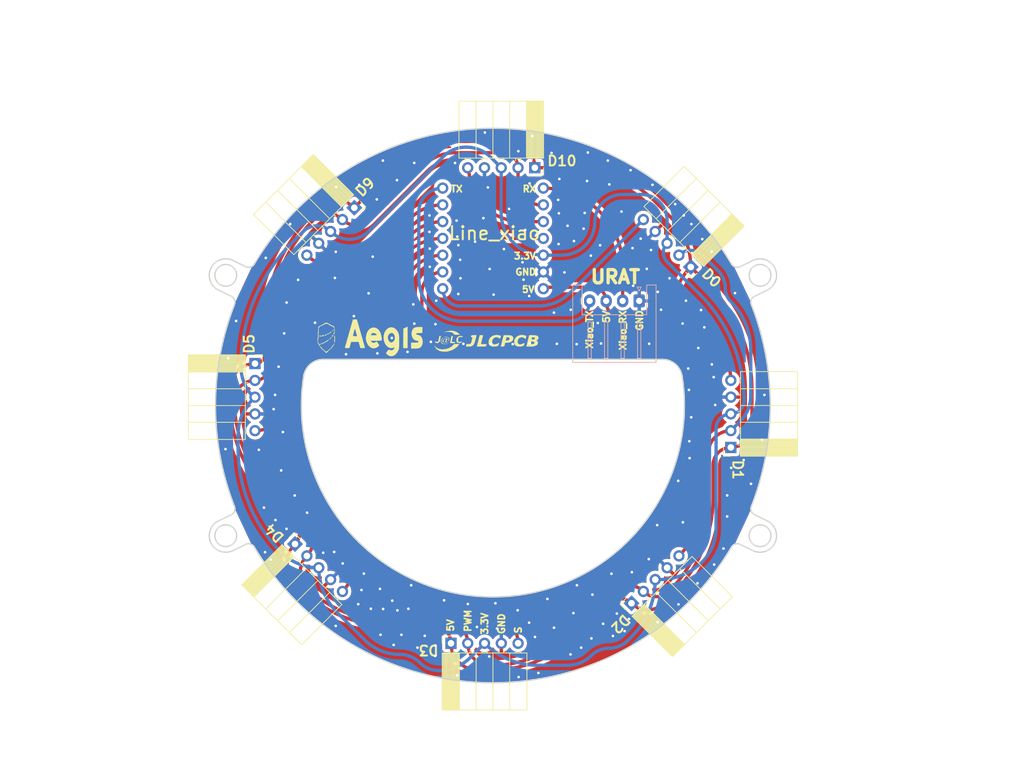
<source format=kicad_pcb>
(kicad_pcb (version 20221018) (generator pcbnew)
  (layers (0 "F.Cu" signal) (31 "B.Cu" signal) (34 "B.Paste" user) (35 "F.Paste" user) (36 "B.SilkS" user "B.Silkscreen") (37 "F.SilkS" user "F.Silkscreen") (38 "B.Mask" user) (39 "F.Mask" user) (44 "Edge.Cuts" user))
  (net 0 "")
  (net 1 "+5V")
  (net 2 "/PWM")
  (net 3 "+3.3V")
  (net 4 "GND")
  (net 5 "/1")
  (net 6 "/2")
  (net 7 "/3")
  (net 8 "/4")
  (net 9 "/5")
  (net 10 "/6")
  (net 11 "/7")
  (net 12 "/8")
  (net 13 "/RX")
  (net 14 "/TX")
  (footprint "Connector_PinSocket_2.54mm:PinSocket_1x05_P2.54mm_Horizontal" (layer "F.Cu") (at 106.728952 120.256195 45)
    (fp_text reference "J5" hide)
    (fp_text value "Conn_01x05_Pin")
  )
  (footprint "JLCPCB:JLCPCB" (layer "F.Cu") (at 135.630345 89.566026)
    (fp_text reference "G***" hide)
    (fp_text value "LOGO" hide)
  )
  (footprint "Aegis:ver4" (layer "F.Cu") (at 117.74157 88.83532)
    (fp_text reference "G***" hide)
    (fp_text value "LOGO" hide)
  )
  (footprint "Connector_PinSocket_2.54mm:PinSocket_1x05_P2.54mm_Horizontal" (layer "F.Cu") (at 100.664859 92.923821)
    (fp_text reference "J6" hide)
    (fp_text value "Conn_01x05_Pin" hide)
  )
  (footprint "Connector_PinSocket_2.54mm:PinSocket_1x05_P2.54mm_Horizontal" (layer "F.Cu") (at 143.036179 63.244859 -90)
    (fp_text reference "J8" hide)
    (fp_text value "Conn_01x05_Pin" hide)
  )
  (footprint "Connector_PinSocket_2.54mm:PinSocket_1x05_P2.54mm_Horizontal" (layer "F.Cu") (at 130.343821 135.295141 90)
    (fp_text reference "J4" hide)
    (fp_text value "Conn_01x05_Pin" hide)
  )
  (footprint "Connector_PinSocket_2.54mm:PinSocket_1x05_P2.54mm_Horizontal" (layer "F.Cu") (at 172.715141 105.616179 180)
    (fp_text reference "J2" hide)
    (fp_text value "Conn_01x05_Pin" hide)
  )
  (footprint "Connector_PinSocket_2.54mm:PinSocket_1x05_P2.54mm_Horizontal" (layer "F.Cu") (at 166.651048 78.283805 -135)
    (fp_text reference "J1" hide)
    (fp_text value "Conn_01x05_Pin" hide)
  )
  (footprint "Connector_PinSocket_2.54mm:PinSocket_1x05_P2.54mm_Horizontal" (layer "F.Cu") (at 115.703805 69.308952 -45)
    (fp_text reference "J7" hide)
    (fp_text value "Conn_01x05_Pin" hide)
  )
  (footprint "Connector_PinSocket_2.54mm:PinSocket_1x05_P2.54mm_Horizontal" (layer "F.Cu") (at 157.676195 129.231048 135)
    (fp_text reference "J3" hide)
    (fp_text value "Conn_01x05_Pin" hide)
  )
  (footprint "Seeeduino_Xiao:seeeduinoXIAO" (layer "B.Cu") (at 136.706179 73.949859 180)
    (fp_text reference "U1" hide)
    (fp_text value "Line_xiao")
  )
  (footprint "Connector_JST:JST_XH_S4B-XH-A_1x04_P2.50mm_Horizontal" (layer "B.Cu") (at 158.836179 83.419859 180)
    (fp_text reference "J9" hide)
    (fp_text value "Serial" hide)
  )
  (gr_arc (start 100.564042 77.847695) (mid 99.990697 78.295632) (end 99.265529 78.236434) (stroke (width 0.2)) (layer "Edge.Cuts"))
  (gr_line (start 162.380465 92.27) (end 110.999535 92.27) (stroke (width 0.2)) (layer "Edge.Cuts"))
  (gr_line (start 99.265529 78.236434) (end 97.402189 77.327623) (stroke (width 0.2)) (layer "Edge.Cuts"))
  (gr_arc (start 175.812367 83.991244) (mid 175.812398 83.263678) (end 176.305481 82.72867) (stroke (width 0.2)) (layer "Edge.Cuts"))
  (gr_arc (start 176.305481 115.81133) (mid 175.812378 115.27633) (end 175.812367 114.548756) (stroke (width 0.2)) (layer "Edge.Cuts"))
  (gr_arc (start 97.074519 82.72867) (mid 97.567625 83.263664) (end 97.567633 83.991244) (stroke (width 0.2)) (layer "Edge.Cuts"))
  (gr_arc (start 95.211179 81.819859) (mid 93.997283 78.447371) (end 97.402189 77.327623) (stroke (width 0.2)) (layer "Edge.Cuts"))
  (gr_arc (start 162.380465 92.27) (mid 164.331799 92.991335) (end 165.34475 94.808462) (stroke (width 0.2)) (layer "Edge.Cuts"))
  (gr_arc (start 97.402189 121.212377) (mid 93.997283 120.092629) (end 95.211179 116.720141) (stroke (width 0.2)) (layer "Edge.Cuts"))
  (gr_line (start 178.168821 116.720141) (end 176.305481 115.81133) (stroke (width 0.2)) (layer "Edge.Cuts"))
  (gr_arc (start 178.168821 116.720141) (mid 179.382715 120.092628) (end 175.977811 121.212377) (stroke (width 0.2)) (layer "Edge.Cuts"))
  (gr_arc (start 175.977811 77.327623) (mid 179.382715 78.447372) (end 178.168821 81.819859) (stroke (width 0.2)) (layer "Edge.Cuts"))
  (gr_arc (start 97.567633 114.548756) (mid 97.567625 115.276336) (end 97.074519 115.81133) (stroke (width 0.2)) (layer "Edge.Cuts"))
  (gr_circle (center 96.244268 118.996702) (end 97.894268 118.996702) (stroke (width 0.2)) (fill none) (layer "Edge.Cuts"))
  (gr_line (start 176.305481 82.72867) (end 178.168821 81.819859) (stroke (width 0.2)) (layer "Edge.Cuts"))
  (gr_arc (start 97.567633 114.548756) (mid 94.69 99.27) (end 97.567633 83.991244) (stroke (width 0.2)) (layer "Edge.Cuts"))
  (gr_line (start 174.114471 120.303566) (end 175.977811 121.212377) (stroke (width 0.2)) (layer "Edge.Cuts"))
  (gr_arc (start 172.815958 120.692305) (mid 173.389306 120.244386) (end 174.114471 120.303566) (stroke (width 0.2)) (layer "Edge.Cuts"))
  (gr_line (start 95.211179 81.819859) (end 97.074519 82.72867) (stroke (width 0.2)) (layer "Edge.Cuts"))
  (gr_circle (center 96.244268 79.543298) (end 97.894268 79.543298) (stroke (width 0.2)) (fill none) (layer "Edge.Cuts"))
  (gr_circle (center 177.135732 118.996702) (end 178.785732 118.996702) (stroke (width 0.2)) (fill none) (layer "Edge.Cuts"))
  (gr_arc (start 165.34475 94.808462) (mid 136.69 128.27) (end 108.03525 94.808462) (stroke (width 0.2)) (layer "Edge.Cuts"))
  (gr_arc (start 99.265529 120.303566) (mid 99.990696 120.244368) (end 100.564042 120.692305) (stroke (width 0.2)) (layer "Edge.Cuts"))
  (gr_arc (start 100.564042 77.847695) (mid 136.69 57.27) (end 172.815958 77.847695) (stroke (width 0.2)) (layer "Edge.Cuts"))
  (gr_line (start 97.074519 115.81133) (end 95.211179 116.720141) (stroke (width 0.2)) (layer "Edge.Cuts"))
  (gr_arc (start 108.03525 94.808462) (mid 109.048204 92.991337) (end 110.999535 92.27) (stroke (width 0.2)) (layer "Edge.Cuts"))
  (gr_arc (start 172.815958 120.692305) (mid 136.69 141.27) (end 100.564042 120.692305) (stroke (width 0.2)) (layer "Edge.Cuts"))
  (gr_arc (start 175.812367 83.991244) (mid 178.69 99.27) (end 175.812367 114.548756) (stroke (width 0.2)) (layer "Edge.Cuts"))
  (gr_arc (start 174.114471 78.236434) (mid 173.389301 78.295628) (end 172.815958 77.847695) (stroke (width 0.2)) (layer "Edge.Cuts"))
  (gr_line (start 175.977811 77.327623) (end 174.114471 78.236434) (stroke (width 0.2)) (layer "Edge.Cuts"))
  (gr_line (start 97.402189 121.212377) (end 99.265529 120.303566) (stroke (width 0.2)) (layer "Edge.Cuts"))
  (gr_circle (center 177.135732 79.543298) (end 178.785732 79.543298) (stroke (width 0.2)) (fill none) (layer "Edge.Cuts"))
  (gr_text "D2" (at 156.58018 130.574551 -135) (layer "F.SilkS") (effects (font (size 1.5 1.5) (thickness 0.3) bold) (justify left bottom)))
  (gr_text "GND" (at 159.486179 88.069859 90) (layer "F.SilkS") (effects (font (size 1 1) (thickness 0.25) bold) (justify left bottom)))
  (gr_text "D10\n" (at 144.761179 63.094859) (layer "F.SilkS") (effects (font (size 1.5 1.5) (thickness 0.3) bold) (justify left bottom)))
  (gr_text "D5" (at 100.664859 91.593821 90) (layer "F.SilkS") (effects (font (size 1.5 1.5) (thickness 0.3) bold) (justify left bottom)))
  (gr_text "D9" (at 116.782143 67.983127 45) (layer "F.SilkS") (effects (font (size 1.5 1.5) (thickness 0.3) bold) (justify left bottom)))
  (gr_text "3.3V" (at 139.736179 77.194859) (layer "F.SilkS") (effects (font (size 1 1) (thickness 0.25) bold) (justify left bottom)))
  (gr_text "5V" (at 130.861179 133.644859 90) (layer "F.SilkS") (effects (font (size 1 1) (thickness 0.25) bold) (justify left bottom)))
  (gr_text "Xiao_TX" (at 151.911179 90.794859 90) (layer "F.SilkS") (effects (font (size 1 1) (thickness 0.25) bold) (justify left bottom)))
  (gr_text "D0" (at 167.976873 79.397498 -45) (layer "F.SilkS") (effects (font (size 1.5 1.5) (thickness 0.3) bold) (justify left bottom)))
  (gr_text "5V" (at 154.461179 86.894859 90) (layer "F.SilkS") (effects (font (size 1 1) (thickness 0.25) bold) (justify left bottom)))
  (gr_text "GND" (at 139.961179 79.619859) (layer "F.SilkS") (effects (font (size 1 1) (thickness 0.25) bold) (justify left bottom)))
  (gr_text "D1" (at 172.890141 107.341179 -90) (layer "F.SilkS") (effects (font (size 1.5 1.5) (thickness 0.3) bold) (justify left bottom)))
  (gr_text "RX" (at 141.061179 67.044859) (layer "F.SilkS") (effects (font (size 1 1) (thickness 0.25) bold) (justify left bottom)))
  (gr_text "D3" (at 128.618821 135.445141 180) (layer "F.SilkS") (effects (font (size 1.5 1.5) (thickness 0.3) bold) (justify left bottom)))
  (gr_text "TX" (at 130.186179 67.044859) (layer "F.SilkS") (effects (font (size 1 1) (thickness 0.25) bold) (justify left bottom)))
  (gr_text "Xiao_RX" (at 156.961179 91.019859 90) (layer "F.SilkS") (effects (font (size 1 1) (thickness 0.25) bold) (justify left bottom)))
  (gr_text "5V" (at 140.961179 82.269859) (layer "F.SilkS") (effects (font (size 1 1) (thickness 0.25) bold) (justify left bottom)))
  (gr_text "3.3V" (at 136.036179 134.094859 90) (layer "F.SilkS") (effects (font (size 1 1) (thickness 0.25) bold) (justify left bottom)))
  (gr_text "PWM" (at 133.486179 133.694859 90) (layer "F.SilkS") (effects (font (size 1 1) (thickness 0.25) bold) (justify left bottom)))
  (gr_text "S\n" (at 141.111179 133.919859 90) (layer "F.SilkS") (effects (font (size 1 1) (thickness 0.25) bold) (justify left bottom)))
  (gr_text "D4" (at 105.403127 119.142502 135) (layer "F.SilkS") (effects (font (size 1.5 1.5) (thickness 0.3) bold) (justify left bottom)))
  (gr_text "GND" (at 138.586179 134.019859 90) (layer "F.SilkS") (effects (font (size 1 1) (thickness 0.25) bold) (justify left bottom)))
  (gr_text "URAT" (at 151.24 80.95) (layer "F.SilkS") (effects (font (size 2 2) (thickness 0.5) bold) (justify left bottom)))
  (segment (start 162.528916 129.231084) (end 164.028145 127.731855) (width 0.5) (layer "F.Cu") (net 1))
  (segment (start 129.908715 59.25) (end 139.041322 59.25) (width 0.5) (layer "F.Cu") (net 1))
  (segment (start 154.308907 129.231042) (end 149.714741 133.825208) (width 0.5) (layer "F.Cu") (net 1))
  (segment (start 102.2 91.388684) (end 102.2 87.451877) (width 0.5) (layer "F.Cu") (net 1))
  (segment (start 144.326179 81.569859) (end 144.546038 81.35) (width 0.5) (layer "F.Cu") (net 1))
  (segment (start 175.91 102.421321) (end 175.91 96.803316) (width 0.5) (layer "F.Cu") (net 1))
  (segment (start 169.361796 80.994553) (end 166.651048 78.283805) (width 0.5) (layer "F.Cu") (net 1))
  (segment (start 115.703805 69.286195) (end 122.792273 62.197727) (width 0.5) (layer "F.Cu") (net 1))
  (segment (start 143.036179 63.244859) (end 148.859053 63.244859) (width 0.5) (layer "F.Cu") (net 1))
  (segment (start 115.703805 69.308952) (end 115.703805 69.286195) (width 0.5) (layer "F.Cu") (net 1))
  (segment (start 127.538678 132.49) (end 120.411113 132.49) (width 0.5) (layer "F.Cu") (net 1))
  (segment (start 144.546038 81.35) (end 151.766316 81.35) (width 0.5) (layer "F.Cu") (net 1))
  (segment (start 156.906321 86.49) (end 162.165658 86.49) (width 0.5) (layer "F.Cu") (net 1))
  (segment (start 108.118045 127.398044) (end 106.728947 126.008946) (width 0.5) (layer "F.Cu") (net 1))
  (segment (start 106.728955 116.938905) (end 102.994617 113.204567) (width 0.5) (layer "F.Cu") (net 1))
  (segment (start 96.86 98.394292) (end 96.86 96.728684) (width 0.5) (layer "F.Cu") (net 1))
  (segment (start 161.245489 68.375489) (end 163.467136 70.597136) (width 0.5) (layer "F.Cu") (net 1))
  (segment (start 136.35257 139.36) (end 134.408688 139.36) (width 0.5) (layer "F.Cu") (net 1))
  (segment (start 109.237038 70.462963) (end 110.391055 69.308946) (width 0.5) (layer "F.Cu") (net 1))
  (segment (start 170.03 113.242095) (end 170.03 108.30132) (width 0.5) (layer "F.Cu") (net 1))
  (arc (start 153.836179 83.419859) (mid 154.735403 85.590776) (end 156.906321 86.49) (width 0.5) (layer "F.Cu") (net 1))
  (arc (start 106.728947 126.008946) (mid 105.537514 123.132573) (end 106.728952 120.256195) (width 0.5) (layer "F.Cu") (net 1))
  (arc (start 169.361796 80.994553) (mid 174.208177 88.247675) (end 175.91 96.803316) (width 0.5) (layer "F.Cu") (net 1))
  (arc (start 151.766316 81.35) (mid 153.22993 81.956249) (end 153.836179 83.419859) (width 0.5) (layer "F.Cu") (net 1))
  (arc (start 108.118045 127.398044) (mid 113.758153 131.166643) (end 120.411113 132.49) (width 0.5) (layer "F.Cu") (net 1))
  (arc (start 157.676195 129.231048) (mid 155.992548 128.533655) (end 154.308907 129.231042) (width 0.5) (layer "F.Cu") (net 1))
  (arc (start 143.036179 63.244859) (mid 141.866112 60.420067) (end 139.041322 59.25) (width 0.5) (layer "F.Cu") (net 1))
  (arc (start 115.703805 69.308952) (mid 113.047427 68.208641) (end 110.391055 69.308946) (width 0.5) (layer "F.Cu") (net 1))
  (arc (start 164.02 84.635658) (mid 164.703776 81.198082) (end 166.651048 78.283805) (width 0.5) (layer "F.Cu") (net 1))
  (arc (start 164.028145 127.731855) (mid 168.470169 121.083897) (end 170.03 113.242095) (width 0.5) (layer "F.Cu") (net 1))
  (arc (start 172.715141 105.616179) (mid 170.81646 106.402639) (end 170.03 108.30132) (width 0.5) (layer "F.Cu") (net 1))
  (arc (start 162.528916 129.231084) (mid 160.102553 130.236108) (end 157.676195 129.231048) (width 0.5) (layer "F.Cu") (net 1))
  (arc (start 130.343821 135.295141) (mid 129.522214 133.311607) (end 127.538678 132.49) (width 0.5) (layer "F.Cu") (net 1))
  (arc (start 136.35257 139.36) (mid 143.584125 137.921554) (end 149.714741 133.825208) (width 0.5) (layer "F.Cu") (net 1))
  (arc (start 102.2 91.388684) (mid 101.750369 92.47419) (end 100.664859 92.923821) (width 0.5) (layer "F.Cu") (net 1))
  (arc (start 106.728952 120.256195) (mid 107.415988 118.597548) (end 106.728955 116.938905) (width 0.5) (layer "F.Cu") (net 1))
  (arc (start 161.245489 68.375489) (mid 155.562544 64.578266) (end 148.859053 63.244859) (width 0.5) (layer "F.Cu") (net 1))
  (arc (start 102.2 87.451877) (mid 104.028867 78.257543) (end 109.237038 70.462963) (width 0.5) (layer "F.Cu") (net 1))
  (arc (start 172.715141 105.616179) (mid 174.974248 104.680427) (end 175.91 102.421321) (width 0.5) (layer "F.Cu") (net 1))
  (arc (start 100.664859 92.923821) (mid 97.974419 94.03824) (end 96.86 96.728684) (width 0.5) (layer "F.Cu") (net 1))
  (arc (start 163.467136 70.597136) (mid 165.823577 74.123799) (end 166.651048 78.283805) (width 0.5) (layer "F.Cu") (net 1))
  (arc (start 96.86 98.394292) (mid 98.454335 106.409555) (end 102.994617 113.204567) (width 0.5) (layer "F.Cu") (net 1))
  (arc (start 129.908715 59.25) (mid 126.057324 60.016089) (end 122.792273 62.197727) (width 0.5) (layer "F.Cu") (net 1))
  (arc (start 162.165658 86.49) (mid 163.476876 85.946876) (end 164.02 84.635658) (width 0.5) (layer "F.Cu") (net 1))
  (arc (start 134.408688 139.36) (mid 131.534393 138.169428) (end 130.343821 135.295141) (width 0.5) (layer "F.Cu") (net 1))
  (segment (start 103.366272 112.586273) (end 108.525012 117.745013) (width 0.5) (layer "F.Cu") (net 2))
  (segment (start 144.256038 68.94) (end 144.326179 68.869859) (width 0.5) (layer "F.Cu") (net 2))
  (segment (start 126.145551 62.964449) (end 118.004991 71.105008) (width 0.5) (layer "F.Cu") (net 2))
  (segment (start 140.496179 63.244859) (end 140.496179 65.180135) (width 0.5) (layer "F.Cu") (net 2))
  (segment (start 169.33 112.961959) (end 169.33 106.461314) (width 0.5) (layer "F.Cu") (net 2))
  (segment (start 102.9 87.243796) (end 102.9 93.228682) (width 0.5) (layer "F.Cu") (net 2))
  (segment (start 149.293187 133.256812) (end 155.115004 127.434995) (width 0.5) (layer "F.Cu") (net 2))
  (segment (start 120.535584 131.79) (end 129.378675 131.79) (width 0.5) (layer "F.Cu") (net 2))
  (segment (start 138.221283 60.97) (end 130.960577 60.97) (width 0.5) (layer "F.Cu") (net 2))
  (arc (start 163.335051 127.434999) (mid 167.771972 120.794694) (end 169.33 112.961959) (width 0.5) (layer "F.Cu") (net 2))
  (arc (start 109.584949 71.105002) (mid 104.637343 78.509582) (end 102.9 87.243796) (width 0.5) (layer "F.Cu") (net 2))
  (arc (start 100.664859 95.463821) (mid 102.245343 94.809164) (end 102.9 93.228682) (width 0.5) (layer "F.Cu") (net 2))
  (arc (start 113.907754 71.105003) (mid 115.956375 71.953573) (end 118.004991 71.105008) (width 0.5) (layer "F.Cu") (net 2))
  (arc (start 129.378675 131.79) (mid 131.857188 132.816633) (end 132.883821 135.295141) (width 0.5) (layer "F.Cu") (net 2))
  (arc (start 159.472246 127.434997) (mid 161.40365 128.235012) (end 163.335051 127.434999) (width 0.5) (layer "F.Cu") (net 2))
  (arc (start 103.366272 112.586273) (mid 99.069006 106.154963) (end 97.560003 98.568674) (width 0.5) (layer "F.Cu") (net 2))
  (arc (start 144.256038 68.94) (mid 141.597418 67.838761) (end 140.496179 65.180135) (width 0.5) (layer "F.Cu") (net 2))
  (arc (start 155.115004 127.434995) (mid 157.293624 126.532581) (end 159.472246 127.434997) (width 0.5) (layer "F.Cu") (net 2))
  (arc (start 108.525012 117.745013) (mid 109.417067 119.898625) (end 108.525003 122.052246) (width 0.5) (layer "F.Cu") (net 2))
  (arc (start 108.524997 126.815046) (mid 114.035507 130.497055) (end 120.535584 131.79) (width 0.5) (layer "F.Cu") (net 2))
  (arc (start 108.524997 126.815046) (mid 107.53859 124.433649) (end 108.525003 122.052246) (width 0.5) (layer "F.Cu") (net 2))
  (arc (start 172.715141 103.076179) (mid 170.321483 104.067662) (end 169.33 106.461314) (width 0.5) (layer "F.Cu") (net 2))
  (arc (start 126.145551 62.964449) (mid 128.354704 61.488341) (end 130.960577 60.97) (width 0.5) (layer "F.Cu") (net 2))
  (arc (start 97.560003 98.568674) (mid 98.469391 96.373212) (end 100.664859 95.463821) (width 0.5) (layer "F.Cu") (net 2))
  (arc (start 136.248682 138.66) (mid 143.308344 137.255757) (end 149.293187 133.256812) (width 0.5) (layer "F.Cu") (net 2))
  (arc (start 140.496179 63.244859) (mid 139.829863 61.636287) (end 138.221283 60.97) (width 0.5) (layer "F.Cu") (net 2))
  (arc (start 113.907754 71.105003) (mid 111.746351 70.20972) (end 109.584949 71.105002) (width 0.5) (layer "F.Cu") (net 2))
  (arc (start 132.883821 135.295141) (mid 133.869366 137.674455) (end 136.248682 138.66) (width 0.5) (layer "F.Cu") (net 2))
  (segment (start 174.11507 101.67625) (end 172.715141 103.076179) (width 0.5) (layer "B.Cu") (net 2))
  (segment (start 164.854997 76.487754) (end 164.854997 76.335003) (width 0.5) (layer "B.Cu") (net 2))
  (segment (start 168.427756 76.487756) (end 170.748907 78.808907) (width 0.5) (layer "B.Cu") (net 2))
  (segment (start 175.73 90.834559) (end 175.73 97.777465) (width 0.5) (layer "B.Cu") (net 2))
  (arc (start 164.854997 76.487754) (mid 166.641376 75.747812) (end 168.427756 76.487756) (width 0.5) (layer "B.Cu") (net 2))
  (arc (start 172.680834 83.473155) (mid 172.080706 82.574993) (end 171.869982 81.515481) (width 0.5) (layer "B.Cu") (net 2))
  (arc (start 172.680834 83.473155) (mid 174.937535 86.85057) (end 175.73 90.834559) (width 0.5) (layer "B.Cu") (net 2))
  (arc (start 175.73 97.777465) (mid 175.310293 99.887472) (end 174.11507 101.67625) (width 0.5) (layer "B.Cu") (net 2))
  (arc (start 171.869982 81.515481) (mid 171.578635 80.050694) (end 170.748907 78.808907) (width 0.5) (layer "B.Cu") (net 2))
  (segment (start 159.133001 67.289996) (end 156.297576 67.290005) (width 0.5) (layer "B.Cu") (net 3))
  (segment (start 100.176179 98.003821) (end 100.664859 98.003821) (width 0.5) (layer "B.Cu") (net 3))
  (segment (start 148.020171 138.62) (end 143.450731 138.62) (width 0.5) (layer "B.Cu") (net 3))
  (segment (start 100.664859 98.003821) (end 100.463821 98.003821) (width 0.5) (layer "B.Cu") (net 3))
  (segment (start 100.664859 98.003821) (end 100.313073 98.355599) (width 0.5) (layer "B.Cu") (net 3))
  (segment (start 135.423821 135.295141) (end 135.423821 135.306179) (width 0.5) (layer "B.Cu") (net 3))
  (segment (start 144.326179 76.489859) (end 147.097693 76.489867) (width 0.5) (layer "B.Cu") (net 3))
  (segment (start 161.268297 125.638946) (end 161.895957 125.638952) (width 0.5) (layer "B.Cu") (net 3))
  (segment (start 106.338964 74.531035) (end 107.968979 72.90102) (width 0.5) (layer "B.Cu") (net 3))
  (segment (start 163.058946 74.691703) (end 163.058946 71.215928) (width 0.5) (layer "B.Cu") (net 3))
  (segment (start 137.956179 63.244859) (end 136.394721 61.683401) (width 0.5) (layer "B.Cu") (net 3))
  (segment (start 137.98 63.221038) (end 137.956179 63.244859) (width 0.5) (layer "B.Cu") (net 3))
  (segment (start 125.72 65.02) (end 125.90586 64.83414) (width 0.5) (layer "B.Cu") (net 3))
  (segment (start 117.838946 72.901054) (end 125.72 65.02) (width 0.5) (layer "B.Cu") (net 3))
  (segment (start 135.423821 135.306179) (end 133.314788 137.415212) (width 0.5) (layer "B.Cu") (net 3))
  (segment (start 163.058946 74.691703) (end 163.058946 74.731054) (width 0.5) (layer "B.Cu") (net 3))
  (segment (start 98.11 103.674205) (end 98.11 105.781071) (width 0.5) (layer "B.Cu") (net 3))
  (segment (start 110.321054 123.848297) (end 108.796778 123.848297) (width 0.5) (layer "B.Cu") (net 3))
  (segment (start 137.956179 63.244859) (end 137.94 63.261038) (width 0.5) (layer "B.Cu") (net 3))
  (segment (start 137.94 63.261038) (end 137.94 70.103681) (width 0.5) (layer "B.Cu") (net 3))
  (segment (start 117.268052 134.778052) (end 113.137282 130.647282) (width 0.5) (layer "B.Cu") (net 3))
  (segment (start 170.48 117.906535) (end 170.48 102.771312) (width 0.5) (layer "B.Cu") (net 3))
  (segment (start 129.205576 61.534424) (end 125.72 65.02) (width 0.5) (layer "B.Cu") (net 3))
  (segment (start 163.058946 77.478946) (end 168.103521 82.523521) (width 0.5) (layer "B.Cu") (net 3))
  (segment (start 157.681368 134.298632) (end 157.135805 134.844195) (width 0.5) (layer "B.Cu") (net 3))
  (arc (start 163.058946 74.731054) (mid 162.489839 76.105) (end 163.058946 77.478946) (width 0.5) (layer "B.Cu") (net 3))
  (arc (start 117.838946 72.901054) (mid 114.975325 74.087205) (end 112.111703 72.901054) (width 0.5) (layer "B.Cu") (net 3))
  (arc (start 137.94 70.103681) (mid 139.810468 74.619391) (end 144.326179 76.489859) (width 0.5) (layer "B.Cu") (net 3))
  (arc (start 107.968979 72.90102) (mid 110.040344 72.043041) (end 112.111703 72.901054) (width 0.5) (layer "B.Cu") (net 3))
  (arc (start 132.620296 60.12) (mid 130.772263 60.487597) (end 129.205576 61.534424) (width 0.5) (layer "B.Cu") (net 3))
  (arc (start 161.268297 125.638946) (mid 160.336084 130.325566) (end 157.681368 134.298632) (width 0.5) (layer "B.Cu") (net 3))
  (arc (start 110.321054 123.848297) (mid 111.052968 127.527885) (end 113.137282 130.647282) (width 0.5) (layer "B.Cu") (net 3))
  (arc (start 136.394721 61.683401) (mid 134.66302 60.526315) (end 132.620296 60.12) (width 0.5) (layer "B.Cu") (net 3))
  (arc (start 100.463821 98.003821) (mid 99.039967 95.872907) (end 98.54 93.359403) (width 0.5) (layer "B.Cu") (net 3))
  (arc (start 151.61457 137.131151) (mid 152.823185 136.323581) (end 154.248846 136.04) (width 0.5) (layer "B.Cu") (net 3))
  (arc (start 168.391606 122.948395) (mid 165.411378 124.939716) (end 161.895957 125.638952) (width 0.5) (layer "B.Cu") (net 3))
  (arc (start 174.73 98.521327) (mid 173.007834 89.863343) (end 168.103521 82.523521) (width 0.5) (layer "B.Cu") (net 3))
  (arc (start 104.614649 121.484649) (mid 99.800498 114.279774) (end 98.11 105.781071) (width 0.5) (layer "B.Cu") (net 3))
  (arc (start 143.450731 138.62) (mid 139.106601 137.755899) (end 135.423821 135.295141) (width 0.5) (layer "B.Cu") (net 3))
  (arc (start 156.297576 67.290005) (mid 153.343592 68.51359) (end 152.120006 71.467574) (width 0.5) (layer "B.Cu") (net 3))
  (arc (start 168.391606 122.948395) (mid 169.93724 120.635177) (end 170.48 117.906535) (width 0.5) (layer "B.Cu") (net 3))
  (arc (start 172.715141 100.536179) (mid 174.139864 99.946043) (end 174.73 98.521327) (width 0.5) (layer "B.Cu") (net 3))
  (arc (start 157.135805 134.844195) (mid 155.811271 135.72922) (end 154.248846 136.04) (width 0.5) (layer "B.Cu") (net 3))
  (arc (start 147.097693 76.489867) (mid 150.648998 75.01888) (end 152.120006 71.467574) (width 0.5) (layer "B.Cu") (net 3))
  (arc (start 125.649942 138.249942) (mid 126.94596 139.115909) (end 128.474732 139.42) (width 0.5) (layer "B.Cu") (net 3))
  (arc (start 122.584023 136.98) (mid 119.70704 136.407732) (end 117.268052 134.778052) (width 0.5) (layer "B.Cu") (net 3))
  (arc (start 122.584023 136.98) (mid 124.243291 137.310047) (end 125.649942 138.249942) (width 0.5) (layer "B.Cu") (net 3))
  (arc (start 170.48 102.771312) (mid 171.134641 101.190821) (end 172.715141 100.536179) (width 0.5) (layer "B.Cu") (net 3))
  (arc (start 163.058946 71.215928) (mid 161.909063 68.43987) (end 159.133001 67.289996) (width 0.5) (layer "B.Cu") (net 3))
  (arc (start 106.338964 74.531035) (mid 100.566884 83.169564) (end 98.54 93.359403) (width 0.5) (layer "B.Cu") (net 3))
  (arc (start 151.61457 137.131151) (mid 149.965446 138.233061) (end 148.020171 138.62) (width 0.5) (layer "B.Cu") (net 3))
  (arc (start 133.314788 137.415212) (mid 131.094183 138.898973) (end 128.474732 139.42) (width 0.5) (layer "B.Cu") (net 3))
  (arc (start 100.313073 98.355599) (mid 98.68256 100.79579) (end 98.11 103.674205) (width 0.5) (layer "B.Cu") (net 3))
  (arc (start 104.614649 121.484649) (mid 107.232745 123.234004) (end 110.321054 123.848297) (width 0.5) (layer "B.Cu") (net 3))
  (via (at 125.27 135.95) (size 0.8) (drill 0.4) (layers "F.Cu" "B.Cu") (net 4))
  (via (at 167.67 126.2) (size 0.8) (drill 0.4) (layers "F.Cu" "B.Cu") (net 4))
  (via (at 97.81 86.46) (size 0.8) (drill 0.4) (layers "F.Cu" "B.Cu") (net 4))
  (via (at 146.63 74.81) (size 0.8) (drill 0.4) (layers "F.Cu" "B.Cu") (net 4))
  (via (at 105.44 117.95) (size 0.8) (drill 0.4) (layers "F.Cu" "B.Cu") (net 4))
  (via (at 127.08 70.47) (size 0.8) (drill 0.4) (layers "F.Cu" "B.Cu") (net 4))
  (via (at 124.32 126.5) (size 0.8) (drill 0.4) (layers "F.Cu" "B.Cu") (net 4))
  (via (at 119.67 134) (size 0.8) (drill 0.4) (layers "F.Cu" "B.Cu") (net 4))
  (via (at 156.16 69.88) (size 0.8) (drill 0.4) (layers "F.Cu" "B.Cu") (net 4))
  (via (at 154.86 134.18) (size 0.8) (drill 0.4) (layers "F.Cu" "B.Cu") (net 4))
  (via (at 159.06 73.99) (size 0.8) (drill 0.4) (layers "F.Cu" "B.Cu") (net 4))
  (via (at 157.29 131.6) (size 0.8) (drill 0.4) (layers "F.Cu" "B.Cu") (net 4))
  (via (at 150.94 65.25) (size 0.8) (drill 0.4) (layers "F.Cu" "B.Cu") (net 4))
  (via (at 112.77 79.94) (size 0.8) (drill 0.4) (layers "F.Cu" "B.Cu") (net 4))
  (via (at 146.57 68.11) (size 0.8) (drill 0.4) (layers "F.Cu" "B.Cu") (net 4))
  (via (at 146.37 89.92) (size 0.8) (drill 0.4) (layers "F.Cu" "B.Cu") (net 4))
  (via (at 173.35 82.24) (size 0.8) (drill 0.4) (layers "F.Cu" "B.Cu") (net 4))
  (via (at 169.81 75.94) (size 0.8) (drill 0.4) (layers "F.Cu" "B.Cu") (net 4))
  (via (at 121.38 89.03) (size 0.8) (drill 0.4) (layers "F.Cu" "B.Cu") (net 4))
  (via (at 114.45 91.5) (size 0.8) (drill 0.4) (layers "F.Cu" "B.Cu") (net 4))
  (via (at 166.37 96.9) (size 0.8) (drill 0.4) (layers "F.Cu" "B.Cu") (net 4))
  (via (at 142.29 89.82) (size 0.8) (drill 0.4) (layers "F.Cu" "B.Cu") (net 4))
  (via (at 124.79 86.87) (size 0.8) (drill 0.4) (layers "F.Cu" "B.Cu") (net 4))
  (via (at 166.74 71.78) (size 0.8) (drill 0.4) (layers "F.Cu" "B.Cu") (net 4))
  (via (at 122.23 130.3) (size 0.8) (drill 0.4) (layers "F.Cu" "B.Cu") (net 4))
  (via (at 123.76 91.14) (size 0.8) (drill 0.4) (layers "F.Cu" "B.Cu") (net 4))
  (via (at 119.59 127.05) (size 0.8) (drill 0.4) (layers "F.Cu" "B.Cu") (net 4))
  (via (at 107.2 80.23) (size 0.8) (drill 0.4) (layers "F.Cu" "B.Cu") (net 4))
  (via (at 166.47 107.24) (size 0.8) (drill 0.4) (layers "F.Cu" "B.Cu") (net 4))
  (via (at 165.41 86.85) (size 0.8) (drill 0.4) (layers "F.Cu" "B.Cu") (net 4))
  (via (at 118.49 76.72) (size 0.8) (drill 0.4) (layers "F.Cu" "B.Cu") (net 4))
  (via (at 142.17 132.17) (size 0.8) (drill 0.4) (layers "F.Cu" "B.Cu") (net 4))
  (via (at 129.3 128.78) (size 0.8) (drill 0.4) (layers "F.Cu" "B.Cu") (net 4))
  (via (at 143.06 134.33) (size 0.8) (drill 0.4) (layers "F.Cu" "B.Cu") (net 4))
  (via (at 157.93 81.12) (size 0.8) (drill 0.4) (layers "F.Cu" "B.Cu") (net 4))
  (via (at 156.63 133.45) (size 0.8) (drill 0.4) (layers "F.Cu" "B.Cu") (net 4))
  (via (at 151.06 60.94) (size 0.8) (drill 0.4) (layers "F.Cu" "B.Cu") (net 4))
  (via (at 162.15 84.76) (size 0.8) (drill 0.4) (layers "F.Cu" "B.Cu") (net 4))
  (via (at 131.45 82.37) (size 0.8) (drill 0.4) (layers "F.Cu" "B.Cu") (net 4))
  (via (at 112.98 66.16) (size 0.8) (drill 0.4) (layers "F.Cu" "B.Cu") (net 4))
  (via (at 133.99 74.44) (size 0.8) (drill 0.4) (layers "F.Cu" "B.Cu") (net 4))
  (via (at 141.33 80.21) (size 0.8) (drill 0.4) (layers "F.Cu" "B.Cu") (net 4))
  (via (at 116.3 129.37) (size 0.8) (drill 0.4) (layers "F.Cu" "B.Cu") (net 4))
  (via (at 136.8 82.47) (size 0.8) (drill 0.4) (layers "F.Cu" "B.Cu") (net 4))
  (via (at 102.02 114.74) (size 0.8) (drill 0.4) (layers "F.Cu" "B.Cu") (net 4))
  (via (at 117.87 82.27) (size 0.8) (drill 0.4) (layers "F.Cu" "B.Cu") (net 4))
  (via (at 149.41 126.5) (size 0.8) (drill 0.4) (layers "F.Cu" "B.Cu") (net 4))
  (via (at 150.42 72.48) (size 0.8) (drill 0.4) (layers "F.Cu" "B.Cu") (net 4))
  (via (at 136.13 137.29) (size 0.8) (drill 0.4) (layers "F.Cu" "B.Cu") (net 4))
  (via (at 177.8 97.67) (size 0.8) (drill 0.4) (layers "F.Cu" "B.Cu") (net 4))
  (via (at 168.2 84.81) (size 0.8) (drill 0.4) (layers "F.Cu" "B.Cu") (net 4))
  (via (at 161.66 82.05) (size 0.8) (drill 0.4) (layers "F.Cu" "B.Cu") (net 4))
  (via (at 127.95 137.21) (size 0.8) (drill 0.4) (layers "F.Cu" "B.Cu") (net 4))
  (via (at 131.46 74.98) (size 0.8) (drill 0.4) (layers "F.Cu" "B.Cu") (net 4))
  (via (at 147.52 79.1) (size 0.8) (drill 0.4) (layers "F.Cu" "B.Cu") (net 4))
  (via (at 172.77 108.71) (size 0.8) (drill 0.4) (layers "F.Cu" "B.Cu") (net 4))
  (via (at 145.57 61) (size 0.8) (drill 0.4) (layers "F.Cu" "B.Cu") (net 4))
  (via (at 104.24 93.39) (size 0.8) (drill 0.4) (layers "F.Cu" "B.Cu") (net 4))
  (via (at 155.45 130.79) (size 0.8) (drill 0.4) (layers "F.Cu" "B.Cu") (net 4))
  (via (at 96.61 92.1) (size 0.8) (drill 0.4) (layers "F.Cu" "B.Cu") (net 4))
  (via (at 154.32 65.77) (size 0.8) (drill 0.4) (layers "F.Cu" "B.Cu") (net 4))
  (via (at 118.21 130.06) (size 0.8) (drill 0.4) (layers "F.Cu" "B.Cu") (net 4))
  (via (at 121.66 135.54) (size 0.8) (drill 0.4) (layers "F.Cu" "B.Cu") (net 4))
  (via (at 170.19 123.37) (size 0.8) (drill 0.4) (layers "F.Cu" "B.Cu") (net 4))
  (via (at 151.61 134.55) (size 0.8) (drill 0.4) (layers "F.Cu" "B.Cu") (net 4))
  (via (at 131.3 73.68) (size 0.8) (drill 0.4) (layers "F.Cu" "B.Cu") (net 4))
  (via (at 102.19 121.49) (size 0.8) (drill 0.4) (layers "F.Cu" "B.Cu") (net 4))
  (via (at 167.79 90.55) (size 0.8) (drill 0.4) (layers "F.Cu" "B.Cu") (net 4))
  (via (at 142.66 58.43) (size 0.8) (drill 0.4) (layers "F.Cu" "B.Cu") (net 4))
  (via (at 151.52 76.56) (size 0.8) (drill 0.4) (layers "F.Cu" "B.Cu") (net 4))
  (via (at 146.68 70.15) (size 0.8) (drill 0.4) (layers "F.Cu" "B.Cu") (net 4))
  (via (at 153.06 89.87) (size 0.8) (drill 0.4) (layers "F.Cu" "B.Cu") (net 4))
  (via (at 152.57 86.77) (size 0.8) (drill 0.4) (layers "F.Cu" "B.Cu") (net 4))
  (via (at 166.26 93.67) (size 0.8) (drill 0.4) (layers "F.Cu" "B.Cu") (net 4))
  (via (at 113.95 123.2) (size 0.8) (drill 0.4) (layers "F.Cu" "B.Cu") (net 4))
  (via (at 153.38 132.34) (size 0.8) (drill 0.4) (layers "F.Cu" "B.Cu") (net 4))
  (via (at 148.88 130.72) (size 0.8) (drill 0.4) (layers "F.Cu" "B.Cu") (net 4))
  (via (at 127.13 78.25) (size 0.8) (drill 0.4) (layers "F.Cu" "B.Cu") (net 4))
  (via (at 132.89 129.34) (size 0.8) (drill 0.4) (layers "F.Cu" "B.Cu") (net 4))
  (via (at 103.77 116.62) (size 0.8) (drill 0.4) (layers "F.Cu" "B.Cu") (net 4))
  (via (at 120.07 130.1) (size 0.8) (drill 0.4) (layers "F.Cu" "B.Cu") (net 4))
  (via (at 139.14 69.48) (size 0.8) (drill 0.4) (layers "F.Cu" "B.Cu") (net 4))
  (via (at 160.29 122.54) (size 0.8) (drill 0.4) (layers "F.Cu" "B.Cu") (net 4))
  (via (at 135.25 70.88) (size 0.8) (drill 0.4) (layers "F.Cu" "B.Cu") (net 4))
  (via (at 132.22 89.92) (size 0.8) (drill 0.4) (layers "F.Cu" "B.Cu") (net 4))
  (via (at 116.45 65.84) (size 0.8) (drill 0.4) (layers "F.Cu" "B.Cu") (net 4))
  (via (at 104.89 103.29) (size 0.8) (drill 0.4) (layers "F.Cu" "B.Cu") (net 4))
  (via (at 131.73 77.19) (size 0.8) (drill 0.4) (layers "F.Cu" "B.Cu") (net 4))
  (via (at 140.58 140.41) (size 0.8) (drill 0.4) (layers "F.Cu" "B.Cu") (net 4))
  (via (at 106 71.78) (size 0.8) (drill 0.4) (layers "F.Cu" "B.Cu") (net 4))
  (via (at 112.9 75.98) (size 0.8) (drill 0.4) (layers "F.Cu" "B.Cu") (net 4))
  (via (at 142.24 65.62) (size 0.8) (drill 0.4) (layers "F.Cu" "B.Cu") (net 4))
  (via (at 159.99 78.56) (size 0.8) (drill 0.4) (layers "F.Cu" "B.Cu") (net 4))
  (via (at 150.06 135.95) (size 0.8) (drill 0.4) (layers "F.Cu" "B.Cu") (net 4))
  (via (at 127.3 89.62) (size 0.8) (drill 0.4) (layers "F.Cu" "B.Cu") (net 4))
  (via (at 109.76 86.72) (size 0.8) (drill 0.4) (layers "F.Cu" "B.Cu") (net 4))
  (via (at 166.43 104.68) (size 0.8) (drill 0.4) (layers "F.Cu" "B.Cu") (net 4))
  (via (at 112.89 132.66) (size 0.8) (drill 0.4) (layers "F.Cu" "B.Cu") (net 4))
  (via (at 96.2 105.87) (size 0.8) (drill 0.4) (layers "F.Cu" "B.Cu") (net 4))
  (via (at 157.53 63.62) (size 0.8) (drill 0.4) (layers "F.Cu" "B.Cu") (net 4))
  (via (at 164.79 129.4) (size 0.8) (drill 0.4) (layers "F.Cu" "B.Cu") (net 4))
  (via (at 160.63 75.71) (size 0.8) (drill 0.4) (layers "F.Cu" "B.Cu") (net 4))
  (via (at 103.49 99.82) (size 0.8) (drill 0.4) (layers "F.Cu" "B.Cu") (net 4))
  (via (at 103.05 122.61) (size 0.8) (drill 0.4) (layers "F.Cu" "B.Cu") (net 4))
  (via (at 112.66 121.45) (size 0.8) (drill 0.4) (layers "F.Cu" "B.Cu") (net 4))
  (via (at 147.99 72.04) (size 0.8) (drill 0.4) (layers "F.Cu" "B.Cu") (net 4))
  (via (at 131.78 79.99) (size 0.8) (drill 0.4) (layers "F.Cu" "B.Cu") (net 4))
  (via (at 172.16 112.89) (size 0.8) (drill 0.4) (layers "F.Cu" "B.Cu") (net 4))
  (via (at 142.18 82.68) (size 0.8) (drill 0.4) (layers "F.Cu" "B.Cu") (net 4))
  (via (at 157.83 75.42) (size 0.8) (drill 0.4) (layers "F.Cu" "B.Cu") (net 4))
  (via (at 122.16 65.13) (size 0.8) (drill 0.4) (layers "F.Cu" "B.Cu") (net 4))
  (via (at 150.59 70.09) (size 0.8) (drill 0.4) (layers "F.Cu" "B.Cu") (net 4))
  (via (at 168.39 74.06) (size 0.8) (drill 0.4) (layers "F.Cu" "B.Cu") (net 4))
  (via (at 174.66 107.53) (size 0.8) (drill 0.4) (layers "F.Cu" "B.Cu") (net 4))
  (via (at 146.75 64.95) (size 0.8) (drill 0.4) (layers "F.Cu" "B.Cu") (net 4))
  (via (at 103.71 97.66) (size 0.8) (drill 0.4) (layers "F.Cu" "B.Cu") (net 4))
  (via (at 102.3 76.9) (size 0.8) (drill 0.4) (layers "F.Cu" "B.Cu") (net 4))
  (via (at 116.79 127.22) (size 0.8) (drill 0.4) (layers "F.Cu" "B.Cu") (net 4))
  (via (at 130.95 62.52) (size 0.8) (drill 0.4) (layers "F.Cu" "B.Cu") (net 4))
  (via (at 106.68 112.9) (size 0.8) (drill 0.4) (layers "F.Cu" "B.Cu") (net 4))
  (via (at 120.03 62.16) (size 0.8) (drill 0.4) (layers "F.Cu" "B.Cu") (net 4))
  (via (at 149.37 89.97) (size 0.8) (drill 0.4) (layers "F.Cu" "B.Cu") (net 4))
  (via (at 115.64 85.73) (size 0.8) (drill 0.4) (layers "F.Cu" "B.Cu") (net 4))
  (via (at 145.93 85.2) (size 0.8) (drill 0.4) (layers "F.Cu" "B.Cu") (net 4))
  (via (at 126.37 134.16) (size 0.8) (drill 0.4) (layers "F.Cu" "B.Cu") (net 4))
  (via (at 164.29 68.75) (size 0.8) (drill 0.4) (layers "F.Cu" "B.Cu") (net 4))
  (via (at 119.11 68.04) (size 0.8) (drill 0.4) (layers "F.Cu" "B.Cu") (net 4))
  (via (at 166.72 101.05) (size 0.8) (drill 0.4) (layers "F.Cu" "B.Cu") (net 4))
  (via (at 139.69 89.97) (size 0.8) (drill 0.4) (layers "F.Cu" "B.Cu") (net 4))
  (via (at 177.44 104.46) (size 0.8) (drill 0.4) (layers "F.Cu" "B.Cu") (net 4))
  (via (at 108.56 115.51) (size 0.8) (drill 0.4) (layers "F.Cu" "B.Cu") (net 4))
  (via (at 175.77 111.13) (size 0.8) (drill 0.4) (layers "F.Cu" "B.Cu") (net 4))
  (via (at 163.43 79.99) (size 0.8) (drill 0.4) (layers "F.Cu" "B.Cu") (net 4))
  (via (at 140.54 60.74) (size 0.8) (drill 0.4) (layers "F.Cu" "B.Cu") (net 4))
  (via (at 152.92 74.99) (size 0.8) (drill 0.4) (layers "F.Cu" "B.Cu") (net 4))
  (via (at 143.58 139.79) (size 0.8) (drill 0.4) (layers "F.Cu" "B.Cu") (net 4))
  (via (at 123.89 130.06) (size 0.8) (drill 0.4) (layers "F.Cu" "B.Cu") (net 4))
  (via (at 170.35 99.18) (size 0.8) (drill 0.4) (layers "F.Cu" "B.Cu") (net 4))
  (via (at 127.99 86.95) (size 0.8) (drill 0.4) (layers "F.Cu" "B.Cu") (net 4))
  (via (at 127.08 72.96) (size 0.8) (drill 0.4) (layers "F.Cu" "B.Cu") (net 4))
  (via (at 141.58 72.68) (size 0.8) (drill 0.4) (layers "F.Cu" "B.Cu") (net 4))
  (via (at 148.47 84.76) (size 0.8) (drill 0.4) (layers "F.Cu" "B.Cu") (net 4))
  (via (at 140.44 130.29) (size 0.8) (drill 0.4) (layers "F.Cu" "B.Cu") (net 4))
  (via (at 154.09 62.16) (size 0.8) (drill 0.4) (layers "F.Cu" "B.Cu") (net 4))
  (via (at 131.26 140.15) (size 0.8) (drill 0.4) (layers "F.Cu" "B.Cu") (net 4))
  (via (at 124.78 62.51) (size 0.8) (drill 0.4) (layers "F.Cu" "B.Cu") (net 4))
  (via (at 148.44 136.98) (size 0.8) (drill 0.4) (layers "F.Cu" "B.Cu") (net 4))
  (via (at 124.64 83.95) (size 0.8) (drill 0.4) (layers "F.Cu" "B.Cu") (net 4))
  (via (at 127.13 75.5) (size 0.8) (drill 0.4) (layers "F.Cu" "B.Cu") (net 4))
  (via (at 170.06 79.96) (size 0.8) (drill 0.4) (layers "F.Cu" "B.Cu") (net 4))
  (via (at 121.45 128.84) (size 0.8) (drill 0.4) (layers "F.Cu" "B.Cu") (net 4))
  (via (at 160.35 89.91) (size 0.8) (drill 0.4) (layers "F.Cu" "B.Cu") (net 4))
  (via (at 157.73 124.52) (size 0.8) (drill 0.4) (layers "F.Cu" "B.Cu") (net 4))
  (via (at 128.11 83.39) (size 0.8) (drill 0.4) (layers "F.Cu" "B.Cu") (net 4))
  (via (at 136.34 89.97) (size 0.8) (drill 0.4) (layers "F.Cu" "B.Cu") (net 4))
  (via (at 101.25 105.98) (size 0.8) (drill 0.4) (layers "F.Cu" "B.Cu") (net 4))
  (via (at 169.84 93.04) (size 0.8) (drill 0.4) (layers "F.Cu" "B.Cu") (net 4))
  (via (at 127.95 135.62) (size 0.8) (drill 0.4) (layers "F.Cu" "B.Cu") (net 4))
  (via (at 170.12 94.97) (size 0.8) (drill 0.4) (layers "F.Cu" "B.Cu") (net 4))
  (via (at 117.15 124.74) (size 0.8) (drill 0.4) (layers "F.Cu" "B.Cu") (net 4))
  (via (at 165.92 83.39) (size 0.8) (drill 0.4) (layers "F.Cu" "B.Cu") (net 4))
  (via (at 161.63 132.09) (size 0.8) (drill 0.4) (layers "F.Cu" "B.Cu") (net 4))
  (via (at 171.6 120.94) (size 0.8) (drill 0.4) (layers "F.Cu" "B.Cu") (net 4))
  (via (at 135.93 66.23) (size 0.8) (drill 0.4) (layers "F.Cu" "B.Cu") (net 4))
  (via (at 105.45 83.67) (size 0.8) (drill 0.4) (layers "F.Cu" "B.Cu") (net 4))
  (via (at 131.19 71.25) (size 0.8) (drill 0.4) (layers "F.Cu" "B.Cu") (net 4))
  (via (at 137.07 129.23) (size 0.8) (drill 0.4) (layers "F.Cu" "B.Cu") (net 4))
  (via (at 145.94 132.93) (size 0.8) (drill 0.4) (layers "F.Cu" "B.Cu") (net 4))
  (via (at 138.36 75.57) (size 0.8) (drill 0.4) (layers "F.Cu" "B.Cu") (net 4))
  (via (at 104.63 109.1) (size 0.8) (drill 0.4) (layers "F.Cu" "B.Cu") (net 4))
  (via (at 122.84 134) (size 0.8) (drill 0.4) (layers "F.Cu" "B.Cu") (net 4))
  (via (at 135.47 57.91) (size 0.8) (drill 0.4) (layers "F.Cu" "B.Cu") (net 4))
  (via (at 119.2 91.37) (size 0.8) (drill 0.4) (layers "F.Cu" "B.Cu") (net 4))
  (via (at 111 121.58) (size 0.8) (drill 0.4) (layers "F.Cu" "B.Cu") (net 4))
  (via (at 137.31 133.06) (size 0.8) (drill 0.4) (layers "F.Cu" "B.Cu") (net 4))
  (via (at 168.7 87.42) (size 0.8) (drill 0.4) (layers "F.Cu" "B.Cu") (net 4))
  (via (at 172.16 116.08) (size 0.8) (drill 0.4) (layers "F.Cu" "B.Cu") (net 4))
  (via (at 105.09 88.34) (size 0.8) (drill 0.4) (layers "F.Cu" "B.Cu") (net 4))
  (via (at 134.27 132.82) (size 0.8) (drill 0.4) (layers "F.Cu" "B.Cu") (net 4))
  (via (at 160.85 65.83) (size 0.8) (drill 0.4) (layers "F.Cu" "B.Cu") (net 4))
  (via (at 136.2 78.59) (size 0.8) (drill 0.4) (layers "F.Cu" "B.Cu") (net 4))
  (via (at 141.17 77.57) (size 0.8) (drill 0.4) (layers "F.Cu" "B.Cu") (net 4))
  (via (at 164.75 110.68) (size 0.8) (drill 0.4) (layers "F.Cu" "B.Cu") (net 4))
  (via (at 165.45 116.96) (size 0.8) (drill 0.4) (layers "F.Cu" "B.Cu") (net 4))
  (via (at 154.64 124.75) (size 0.8) (drill 0.4) (layers "F.Cu" "B.Cu") (net 4))
  (via (at 144.94 128.58) (size 0.8) (drill 0.4) (layers "F.Cu" "B.Cu") (net 4))
  (via (at 165.59 70.47) (size 0.8) (drill 0.4) (layers "F.Cu" "B.Cu") (net 4))
  (via (at 148.96 74.35) (size 0.8) (drill 0.4) (layers "F.Cu" "B.Cu") (net 4))
  (via (at 151.76 127.92) (size 0.8) (drill 0.4) (layers "F.Cu" "B.Cu") (net 4))
  (via (at 161.56 117.39) (size 0.8) (drill 0.4) (layers "F.Cu" "B.Cu") (net 4))
  (segment (start 143.57533 84.18) (end 131.69632 84.18) (width 0.5) (layer "B.Cu") (net 5))
  (segment (start 159.466843 71.0996) (end 148.3742 82.192243) (width 0.5) (layer "B.Cu") (net 5))
  (arc (start 131.69632 84.18) (mid 129.850672 83.415507) (end 129.086179 81.569859) (width 0.5) (layer "B.Cu") (net 5))
  (arc (start 148.3742 82.192243) (mid 146.17246 83.663399) (end 143.57533 84.18) (width 0.5) (layer "B.Cu") (net 5))
  (segment (start 125.93 82.186032) (end 125.93 85.555696) (width 0.5) (layer "F.Cu") (net 6))
  (segment (start 129.086179 79.029859) (end 129.066038 79.05) (width 0.5) (layer "F.Cu") (net 6))
  (segment (start 129.064304 88.69) (end 165.948973 88.69) (width 0.5) (layer "F.Cu") (net 6))
  (arc (start 125.93 85.555696) (mid 126.848016 87.771984) (end 129.064304 88.69) (width 0.5) (layer "F.Cu") (net 6))
  (arc (start 172.715141 95.456179) (mid 170.733376 90.671765) (end 165.948973 88.69) (width 0.5) (layer "F.Cu") (net 6))
  (arc (start 125.93 82.186032) (mid 126.848523 79.968523) (end 129.066038 79.05) (width 0.5) (layer "F.Cu") (net 6))
  (segment (start 123.32 82.256028) (end 123.32 85.552109) (width 0.5) (layer "F.Cu") (net 7))
  (segment (start 168.63 94.858491) (end 168.63 112.946241) (width 0.5) (layer "F.Cu") (net 7))
  (segment (start 128.887891 91.12) (end 164.891509 91.12) (width 0.5) (layer "F.Cu") (net 7))
  (arc (start 123.32 82.256028) (mid 125.008872 78.178731) (end 129.086179 76.489859) (width 0.5) (layer "F.Cu") (net 7))
  (arc (start 168.63 112.946241) (mid 167.650316 117.871445) (end 164.8604 122.046843) (width 0.5) (layer "F.Cu") (net 7))
  (arc (start 168.63 94.858491) (mid 167.535021 92.214979) (end 164.891509 91.12) (width 0.5) (layer "F.Cu") (net 7))
  (arc (start 123.32 85.552109) (mid 124.950798 89.489202) (end 128.887891 91.12) (width 0.5) (layer "F.Cu") (net 7))
  (segment (start 107.04 94.286162) (end 107.04 101.237146) (width 0.5) (layer "F.Cu") (net 8))
  (segment (start 114.685843 119.695843) (end 121.063973 126.073973) (width 0.5) (layer "F.Cu") (net 8))
  (segment (start 133.19377 131.11) (end 136.318684 131.11) (width 0.5) (layer "F.Cu") (net 8))
  (segment (start 133.17377 131.09) (end 133.19377 131.11) (width 0.5) (layer "F.Cu") (net 8))
  (segment (start 112.846027 90.19) (end 111.136162 90.19) (width 0.5) (layer "F.Cu") (net 8))
  (arc (start 140.503821 135.295141) (mid 139.278023 132.335798) (end 136.318684 131.11) (width 0.5) (layer "F.Cu") (net 8))
  (arc (start 129.086179 73.949859) (mid 123.566375 76.236234) (end 121.28 81.756031) (width 0.5) (layer "F.Cu") (net 8))
  (arc (start 121.28 81.756031) (mid 118.809747 87.719747) (end 112.846027 90.19) (width 0.5) (layer "F.Cu") (net 8))
  (arc (start 107.04 94.286162) (mid 108.239738 91.389738) (end 111.136162 90.19) (width 0.5) (layer "F.Cu") (net 8))
  (arc (start 121.063973 126.073973) (mid 126.619978 129.786377) (end 133.17377 131.09) (width 0.5) (layer "F.Cu") (net 8))
  (arc (start 114.685843 119.695843) (mid 109.02709 111.226921) (end 107.04 101.237146) (width 0.5) (layer "F.Cu") (net 8))
  (segment (start 112.771944 89.49) (end 110.998126 89.49) (width 0.5) (layer "F.Cu") (net 9))
  (segment (start 120.58 81.27197) (end 120.58 81.681944) (width 0.5) (layer "F.Cu") (net 9))
  (segment (start 124.330172 73.379828) (end 123.508815 74.201185) (width 0.5) (layer "F.Cu") (net 9))
  (segment (start 106.34 94.148126) (end 106.34 101.629866) (width 0.5) (layer "F.Cu") (net 9))
  (arc (start 110.998126 89.49) (mid 107.704334 90.854334) (end 106.34 94.148126) (width 0.5) (layer "F.Cu") (net 9))
  (arc (start 106.34 101.629866) (mid 108.308211 111.524712) (end 113.91316 119.913111) (width 0.5) (layer "F.Cu") (net 9))
  (arc (start 120.58 81.681944) (mid 118.293073 87.203073) (end 112.771944 89.49) (width 0.5) (layer "F.Cu") (net 9))
  (arc (start 120.58 81.27197) (mid 121.341174 77.445289) (end 123.508815 74.201185) (width 0.5) (layer "F.Cu") (net 9))
  (arc (start 113.91316 119.913111) (mid 115.472112 123.676754) (end 113.913157 127.4404) (width 0.5) (layer "F.Cu") (net 9))
  (arc (start 129.086179 71.409859) (mid 126.512208 71.921837) (end 124.330172 73.379828) (width 0.5) (layer "F.Cu") (net 9))
  (segment (start 105.64 98.108684) (end 105.64 94.018451) (width 0.5) (layer "F.Cu") (net 10))
  (segment (start 110.868451 88.79) (end 112.468654 88.79) (width 0.5) (layer "F.Cu") (net 10))
  (arc (start 112.468654 88.79) (mid 117.709267 86.619267) (end 119.88 81.378652) (width 0.5) (layer "F.Cu") (net 10))
  (arc (start 124.227774 70.882226) (mid 126.456773 69.392857) (end 129.086179 68.869859) (width 0.5) (layer "F.Cu") (net 10))
  (arc (start 105.64 94.018451) (mid 107.171378 90.321378) (end 110.868451 88.79) (width 0.5) (layer "F.Cu") (net 10))
  (arc (start 100.664859 103.083821) (mid 104.182816 101.626637) (end 105.64 98.108684) (width 0.5) (layer "F.Cu") (net 10))
  (arc (start 124.227774 70.882226) (mid 121.009944 75.698039) (end 119.88 81.378652) (width 0.5) (layer "F.Cu") (net 10))
  (segment (start 144.326179 71.409859) (end 141.041181 71.409859) (width 0.5) (layer "F.Cu") (net 11))
  (segment (start 133.06 63.42868) (end 132.876179 63.244859) (width 0.5) (layer "F.Cu") (net 11))
  (arc (start 133.06 63.42868) (mid 135.397634 69.072225) (end 141.041181 71.409859) (width 0.5) (layer "F.Cu") (net 11))
  (segment (start 124.110141 68.169859) (end 127.811528 64.468472) (width 0.5) (layer "F.Cu") (net 12))
  (segment (start 124.090152 68.169859) (end 124.110141 68.169859) (width 0.5) (layer "F.Cu") (net 12))
  (segment (start 115.766855 76.493155) (end 124.090152 68.169859) (width 0.5) (layer "F.Cu") (net 12))
  (segment (start 139.950789 73.949859) (end 144.326179 73.949859) (width 0.5) (layer "F.Cu") (net 12))
  (arc (start 130.98 64.97907) (mid 130.60244 64.06756) (end 129.690928 63.69) (width 0.5) (layer "F.Cu") (net 12))
  (arc (start 127.811528 64.468472) (mid 128.673804 63.892318) (end 129.690928 63.69) (width 0.5) (layer "F.Cu") (net 12))
  (arc (start 115.766855 76.493155) (mid 112.143227 77.994111) (end 108.5196 76.493157) (width 0.5) (layer "F.Cu") (net 12))
  (arc (start 130.98 64.97907) (mid 133.607483 71.322376) (end 139.950789 73.949859) (width 0.5) (layer "F.Cu") (net 12))
  (segment (start 156.336179 78.33986) (end 156.336179 83.419859) (width 0.5) (layer "F.Cu") (net 13))
  (arc (start 144.326179 66.329859) (mid 152.818531 69.847507) (end 156.336179 78.33986) (width 0.5) (layer "F.Cu") (net 13))
  (segment (start 129.086179 66.329859) (end 129.106038 66.31) (width 0.5) (layer "F.Cu") (net 14))
  (segment (start 125.47 69.946037) (end 125.47 79.949925) (width 0.5) (layer "B.Cu") (net 14))
  (segment (start 132.020075 86.5) (end 148.256033 86.5) (width 0.5) (layer "B.Cu") (net 14))
  (arc (start 148.256033 86.5) (mid 150.434025 85.597846) (end 151.336179 83.419859) (width 0.5) (layer "B.Cu") (net 14))
  (arc (start 125.47 79.949925) (mid 127.388473 84.581527) (end 132.020075 86.5) (width 0.5) (layer "B.Cu") (net 14))
  (arc (start 125.47 69.946037) (mid 126.529154 67.389013) (end 129.086179 66.329859) (width 0.5) (layer "B.Cu") (net 14))
  (zone (net 0) (net_name "") (layers "F&B.Cu") (connect_pads (clearance 0)) (min_thickness 0.25)
    (keepout (tracks not_allowed) (vias not_allowed) (pads not_allowed) (copperpour not_allowed) (footprints allowed))
    (fill (thermal_gap 0.5) (thermal_bridge_width 0.5))
    (polygon (pts (xy 173.05 77.94) (xy 175.92 83.96) (xy 181.74 81.97) (xy 181.16 75.72) (xy 175.31 75.43)))
  )
  (zone (net 0) (net_name "") (layers "F&B.Cu") (connect_pads (clearance 0)) (min_thickness 0.25)
    (keepout (tracks not_allowed) (vias not_allowed) (pads not_allowed) (copperpour not_allowed) (footprints allowed))
    (fill (thermal_gap 0.5) (thermal_bridge_width 0.5))
    (polygon (pts (xy 100.23 78.2) (xy 95.25 75.68) (xy 92.29 81.28) (xy 97.62 83.77)))
  )
  (zone (net 4) (net_name "GND") (layers "F&B.Cu") (connect_pads (clearance 0.5)) (min_thickness 0.25) (fill yes (thermal_gap 0.5) (thermal_bridge_width 0.5))
    (polygon (pts (xy 62.06 38.24) (xy 66.94 143.71) (xy 190.7 153.26) (xy 217.12 107.94) (xy 195.38 48.81) (xy 96.81 38.24) (xy 66.33 37.83)))
  )
  (zone (net 0) (net_name "") (layers "F&B.Cu") (connect_pads (clearance 0)) (min_thickness 0.25)
    (keepout (tracks not_allowed) (vias not_allowed) (pads not_allowed) (copperpour not_allowed) (footprints allowed))
    (fill (thermal_gap 0.5) (thermal_bridge_width 0.5))
    (polygon (pts (xy 175.8 114.92) (xy 173.14 120.62) (xy 176.89 122.39) (xy 180.86 120.97) (xy 180.88 116.35) (xy 176.34 115.04)))
  )
  (zone (net 0) (net_name "") (layers "F&B.Cu") (connect_pads (clearance 0)) (min_thickness 0.25)
    (keepout (tracks not_allowed) (vias not_allowed) (pads not_allowed) (copperpour not_allowed) (footprints allowed))
    (fill (thermal_gap 0.5) (thermal_bridge_width 0.5))
    (polygon (pts (xy 97.62 114.89) (xy 100.17 120.35) (xy 95.79 124.64) (xy 92.13 119.26) (xy 94.54 115)))
  )
)
</source>
